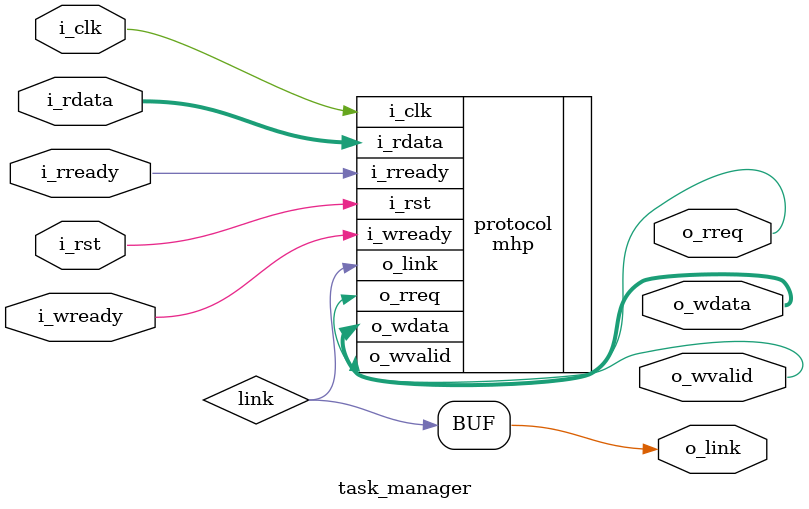
<source format=v>
module task_manager(
  //  sys
  input           i_clk,      i_rst,
  output          o_link,
  //  eth
  input   [7:0]   i_rdata,
  input           i_rready,
  output          o_rreq,
  output  [7:0]   o_wdata,
  input           i_wready,
  output          o_wvalid
);

//  fsm - add task control here
// reg [1:0]     state     = 0;
// localparam    IDLE      = 0;
// localparam    CONNECTED = 1;
// localparam    LINKED    = 2;

// wire          done;
// reg           link      = 0, send     = 0;

// always @(posedge i_clk) begin
//   if (i_rst) begin
//     link  <= 0;
//     send  <= 0;
//     state <= IDLE;
//   end
//   else begin
//     case (state)
//       IDLE: begin
//         link <= 0;
//         if (done) begin
//           send  <=  1;
//           state <= CONNECTED;
//         end
//       end
//       CONNECTED: begin
//         if (done)
//           state <= LINKED;
//         else
//           send  <=  0;
//       end
//       LINKED: begin
//         if (done) begin
//           link  <= 0;
//           send  <= 1;
//           state <= CONNECTED;
//         end else
//           link <= 1; // change to 1 to enable MHP protocol ethertype usage
//         end
//     endcase
//   end
// end

// always @(posedge i_clk) begin
//   if (i_rst) begin
//     link  <= 0; // ping
//   end else begin
//     if (done) begin
//         link <= ~link;
//     end
//   end
// end

mhp protocol(
  //  sys
  .i_clk    (i_clk),
  .i_rst    (i_rst),
  //  ctrl
  .o_link   (link),
//   .o_done   (done),
  //  eth
  .i_rdata  (i_rdata),
  .i_rready (i_rready),
  .o_rreq   (o_rreq),
  .o_wdata  (o_wdata),
  .i_wready (i_wready),
  .o_wvalid (o_wvalid)
);

assign  o_link  = link;

endmodule

</source>
